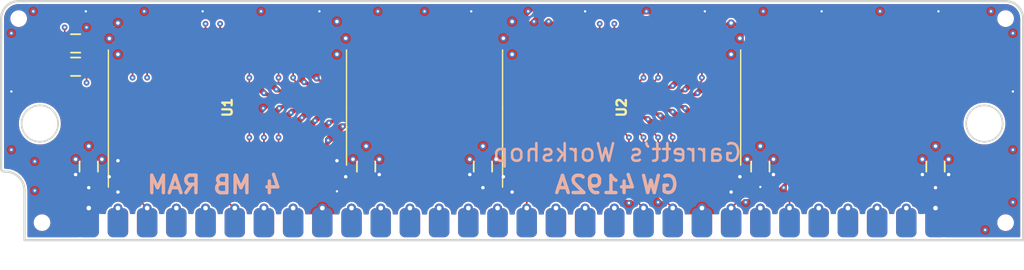
<source format=kicad_pcb>
(kicad_pcb (version 20171130) (host pcbnew "(5.1.10-1-10_14)")
  (layers (0 F.Cu signal) (1 In1.Cu power) (2 In2.Cu signal) (31 B.Cu power) (34 B.Paste user) (35 F.Paste user) (36 B.SilkS user) (37 F.SilkS user) (38 B.Mask user) (39 F.Mask user) (44 Edge.Cuts user))
  (net 0 "")
  (net 1 +5V)
  (net 2 /D0)
  (net 3 /D1)
  (net 4 /~WE~)
  (net 5 /~RAS~)
  (net 6 /~CAS~)
  (net 7 /D2)
  (net 8 /D3)
  (net 9 GND)
  (net 10 /D4)
  (net 11 /D5)
  (net 12 /D6)
  (net 13 /D7)
  (net 14 /QP)
  (net 15 /~CASP~)
  (net 16 /DP)
  (net 17 /1A0)
  (net 18 /1A1)
  (net 19 /1A2)
  (net 20 /1A3)
  (net 21 /1A4)
  (net 22 /1A5)
  (net 23 /1A6)
  (net 24 /1A7)
  (net 25 /1A8)
  (net 26 /1A10)
  (net 27 /1A9)
  (net 28 "Net-(U1-Pad27)")
  (net 29 "Net-(U1-Pad24)")
  (net 30 /1A11)
  (net 31 "Net-(U2-Pad27)")
  (net 32 "Net-(U2-Pad24)")
  (net 33 /~OE~)
  (net 34 "Net-(U1-Pad29)")
  (net 35 "Net-(U1-Pad28)")
  (net 36 "Net-(U1-Pad7)")
  (net 37 "Net-(U1-Pad6)")
  (net 38 "Net-(U1-Pad5)")
  (net 39 "Net-(U1-Pad4)")
  (net 40 "Net-(U2-Pad4)")
  (net 41 "Net-(U2-Pad5)")
  (net 42 "Net-(U2-Pad6)")
  (net 43 "Net-(U2-Pad7)")
  (net 44 "Net-(U2-Pad28)")
  (net 45 "Net-(U2-Pad29)")
  (module stdpads:SOP-32_400mil (layer F.Cu) (at 95.885 90.043 90)
    (fp_text reference U1)
    (fp_text value KM44C16104)
    (fp_text user %R (at 0 0 90) (layer F.SilkS) (effects (font (size 0.8128 0.8128) (thickness 0.2032))))
    (pad 1 smd roundrect (at -6.015 -9.525 90) (size 1.85 0.6) (layers F.Cu F.Paste F.Mask) (net 1 +5V))
    (pad 2 smd roundrect (at -6.015 -8.255 90) (size 1.85 0.6) (layers F.Cu F.Paste F.Mask) (net 2 /D0))
    (pad 3 smd roundrect (at -6.015 -6.985 90) (size 1.85 0.6) (layers F.Cu F.Paste F.Mask) (net 3 /D1))
    (pad 4 smd roundrect (at -6.015 -5.715 90) (size 1.85 0.6) (layers F.Cu F.Paste F.Mask) (net 39 "Net-(U1-Pad4)"))
    (pad 5 smd roundrect (at -6.015 -4.445 90) (size 1.85 0.6) (layers F.Cu F.Paste F.Mask) (net 38 "Net-(U1-Pad5)"))
    (pad 6 smd roundrect (at -6.015 -3.175 90) (size 1.85 0.6) (layers F.Cu F.Paste F.Mask) (net 37 "Net-(U1-Pad6)"))
    (pad 7 smd roundrect (at -6.015 -1.905 90) (size 1.85 0.6) (layers F.Cu F.Paste F.Mask) (net 36 "Net-(U1-Pad7)"))
    (pad 8 smd roundrect (at -6.015 -0.635 90) (size 1.85 0.6) (layers F.Cu F.Paste F.Mask) (net 4 /~WE~))
    (pad 9 smd roundrect (at -6.015 0.635 90) (size 1.85 0.6) (layers F.Cu F.Paste F.Mask) (net 5 /~RAS~))
    (pad 10 smd roundrect (at -6.015 1.905 90) (size 1.85 0.6) (layers F.Cu F.Paste F.Mask) (net 17 /1A0))
    (pad 11 smd roundrect (at -6.015 3.175 90) (size 1.85 0.6) (layers F.Cu F.Paste F.Mask) (net 18 /1A1))
    (pad 12 smd roundrect (at -6.015 4.445 90) (size 1.85 0.6) (layers F.Cu F.Paste F.Mask) (net 19 /1A2))
    (pad 13 smd roundrect (at -6.015 5.715 90) (size 1.85 0.6) (layers F.Cu F.Paste F.Mask) (net 20 /1A3))
    (pad 14 smd roundrect (at -6.015 6.985 90) (size 1.85 0.6) (layers F.Cu F.Paste F.Mask) (net 21 /1A4))
    (pad 15 smd roundrect (at -6.015 8.255 90) (size 1.85 0.6) (layers F.Cu F.Paste F.Mask) (net 22 /1A5))
    (pad 16 smd roundrect (at -6.015 9.525 90) (size 1.85 0.6) (layers F.Cu F.Paste F.Mask) (net 1 +5V))
    (pad 17 smd roundrect (at 6.015 9.525 90) (size 1.85 0.6) (layers F.Cu F.Paste F.Mask) (net 9 GND))
    (pad 18 smd roundrect (at 6.015 8.255 90) (size 1.85 0.6) (layers F.Cu F.Paste F.Mask) (net 23 /1A6))
    (pad 19 smd roundrect (at 6.015 6.985 90) (size 1.85 0.6) (layers F.Cu F.Paste F.Mask) (net 24 /1A7))
    (pad 20 smd roundrect (at 6.015 5.715 90) (size 1.85 0.6) (layers F.Cu F.Paste F.Mask) (net 25 /1A8))
    (pad 21 smd roundrect (at 6.015 4.445 90) (size 1.85 0.6) (layers F.Cu F.Paste F.Mask) (net 27 /1A9))
    (pad 22 smd roundrect (at 6.015 3.175 90) (size 1.85 0.6) (layers F.Cu F.Paste F.Mask) (net 26 /1A10))
    (pad 23 smd roundrect (at 6.015 1.905 90) (size 1.85 0.6) (layers F.Cu F.Paste F.Mask) (net 30 /1A11))
    (pad 24 smd roundrect (at 6.015 0.635 90) (size 1.85 0.6) (layers F.Cu F.Paste F.Mask) (net 29 "Net-(U1-Pad24)"))
    (pad 25 smd roundrect (at 6.015 -0.635 90) (size 1.85 0.6) (layers F.Cu F.Paste F.Mask) (net 33 /~OE~))
    (pad 26 smd roundrect (at 6.015 -1.905 90) (size 1.85 0.6) (layers F.Cu F.Paste F.Mask) (net 6 /~CAS~))
    (pad 27 smd roundrect (at 6.015 -3.175 90) (size 1.85 0.6) (layers F.Cu F.Paste F.Mask) (net 28 "Net-(U1-Pad27)"))
    (pad 28 smd roundrect (at 6.015 -4.445 90) (size 1.85 0.6) (layers F.Cu F.Paste F.Mask) (net 35 "Net-(U1-Pad28)"))
    (pad 29 smd roundrect (at 6.015 -5.715 90) (size 1.85 0.6) (layers F.Cu F.Paste F.Mask) (net 34 "Net-(U1-Pad29)"))
    (pad 30 smd roundrect (at 6.015 -6.985 90) (size 1.85 0.6) (layers F.Cu F.Paste F.Mask) (net 7 /D2))
    (pad 31 smd roundrect (at 6.015 -8.255 90) (size 1.85 0.6) (layers F.Cu F.Paste F.Mask) (net 8 /D3))
    (pad 32 smd roundrect (at 6.015 -9.525 90) (size 1.85 0.6) (layers F.Cu F.Paste F.Mask) (net 9 GND))
  )
  (module stdpads:SOP-32_400mil (layer F.Cu) (at 130.175 90.043 90)
    (fp_text reference U2)
    (fp_text value KM44C16104)
    (fp_text user %R (at 0 0 90) (layer F.SilkS) (effects (font (size 0.8128 0.8128) (thickness 0.2032))))
    (pad 1 smd roundrect (at -6.015 -9.525 90) (size 1.85 0.6) (layers F.Cu F.Paste F.Mask) (net 1 +5V))
    (pad 2 smd roundrect (at -6.015 -8.255 90) (size 1.85 0.6) (layers F.Cu F.Paste F.Mask) (net 10 /D4))
    (pad 3 smd roundrect (at -6.015 -6.985 90) (size 1.85 0.6) (layers F.Cu F.Paste F.Mask) (net 11 /D5))
    (pad 4 smd roundrect (at -6.015 -5.715 90) (size 1.85 0.6) (layers F.Cu F.Paste F.Mask) (net 40 "Net-(U2-Pad4)"))
    (pad 5 smd roundrect (at -6.015 -4.445 90) (size 1.85 0.6) (layers F.Cu F.Paste F.Mask) (net 41 "Net-(U2-Pad5)"))
    (pad 6 smd roundrect (at -6.015 -3.175 90) (size 1.85 0.6) (layers F.Cu F.Paste F.Mask) (net 42 "Net-(U2-Pad6)"))
    (pad 7 smd roundrect (at -6.015 -1.905 90) (size 1.85 0.6) (layers F.Cu F.Paste F.Mask) (net 43 "Net-(U2-Pad7)"))
    (pad 8 smd roundrect (at -6.015 -0.635 90) (size 1.85 0.6) (layers F.Cu F.Paste F.Mask) (net 4 /~WE~))
    (pad 9 smd roundrect (at -6.015 0.635 90) (size 1.85 0.6) (layers F.Cu F.Paste F.Mask) (net 5 /~RAS~))
    (pad 10 smd roundrect (at -6.015 1.905 90) (size 1.85 0.6) (layers F.Cu F.Paste F.Mask) (net 22 /1A5))
    (pad 11 smd roundrect (at -6.015 3.175 90) (size 1.85 0.6) (layers F.Cu F.Paste F.Mask) (net 21 /1A4))
    (pad 12 smd roundrect (at -6.015 4.445 90) (size 1.85 0.6) (layers F.Cu F.Paste F.Mask) (net 20 /1A3))
    (pad 13 smd roundrect (at -6.015 5.715 90) (size 1.85 0.6) (layers F.Cu F.Paste F.Mask) (net 19 /1A2))
    (pad 14 smd roundrect (at -6.015 6.985 90) (size 1.85 0.6) (layers F.Cu F.Paste F.Mask) (net 18 /1A1))
    (pad 15 smd roundrect (at -6.015 8.255 90) (size 1.85 0.6) (layers F.Cu F.Paste F.Mask) (net 17 /1A0))
    (pad 16 smd roundrect (at -6.015 9.525 90) (size 1.85 0.6) (layers F.Cu F.Paste F.Mask) (net 1 +5V))
    (pad 17 smd roundrect (at 6.015 9.525 90) (size 1.85 0.6) (layers F.Cu F.Paste F.Mask) (net 9 GND))
    (pad 18 smd roundrect (at 6.015 8.255 90) (size 1.85 0.6) (layers F.Cu F.Paste F.Mask) (net 30 /1A11))
    (pad 19 smd roundrect (at 6.015 6.985 90) (size 1.85 0.6) (layers F.Cu F.Paste F.Mask) (net 26 /1A10))
    (pad 20 smd roundrect (at 6.015 5.715 90) (size 1.85 0.6) (layers F.Cu F.Paste F.Mask) (net 27 /1A9))
    (pad 21 smd roundrect (at 6.015 4.445 90) (size 1.85 0.6) (layers F.Cu F.Paste F.Mask) (net 25 /1A8))
    (pad 22 smd roundrect (at 6.015 3.175 90) (size 1.85 0.6) (layers F.Cu F.Paste F.Mask) (net 24 /1A7))
    (pad 23 smd roundrect (at 6.015 1.905 90) (size 1.85 0.6) (layers F.Cu F.Paste F.Mask) (net 23 /1A6))
    (pad 24 smd roundrect (at 6.015 0.635 90) (size 1.85 0.6) (layers F.Cu F.Paste F.Mask) (net 32 "Net-(U2-Pad24)"))
    (pad 25 smd roundrect (at 6.015 -0.635 90) (size 1.85 0.6) (layers F.Cu F.Paste F.Mask) (net 33 /~OE~))
    (pad 26 smd roundrect (at 6.015 -1.905 90) (size 1.85 0.6) (layers F.Cu F.Paste F.Mask) (net 6 /~CAS~))
    (pad 27 smd roundrect (at 6.015 -3.175 90) (size 1.85 0.6) (layers F.Cu F.Paste F.Mask) (net 31 "Net-(U2-Pad27)"))
    (pad 28 smd roundrect (at 6.015 -4.445 90) (size 1.85 0.6) (layers F.Cu F.Paste F.Mask) (net 44 "Net-(U2-Pad28)"))
    (pad 29 smd roundrect (at 6.015 -5.715 90) (size 1.85 0.6) (layers F.Cu F.Paste F.Mask) (net 45 "Net-(U2-Pad29)"))
    (pad 30 smd roundrect (at 6.015 -6.985 90) (size 1.85 0.6) (layers F.Cu F.Paste F.Mask) (net 12 /D6))
    (pad 31 smd roundrect (at 6.015 -8.255 90) (size 1.85 0.6) (layers F.Cu F.Paste F.Mask) (net 13 /D7))
    (pad 32 smd roundrect (at 6.015 -9.525 90) (size 1.85 0.6) (layers F.Cu F.Paste F.Mask) (net 9 GND))
  )
  (module stdpads:PasteHole_1.152mm_NPTH (layer F.Cu) (at 163.576 100.076)
    (fp_text reference H3)
    (fp_text value MountingHole hide)
    (pad "" np_thru_hole circle (at 0 0) (size 1.152 1.152) (drill 1.152) (layers *.Cu *.Mask))
  )
  (module stdpads:PasteHole_1.152mm_NPTH (layer F.Cu) (at 79.756 100.076)
    (fp_text reference H4)
    (fp_text value MountingHole hide)
    (pad "" np_thru_hole circle (at 0 0) (size 1.152 1.152) (drill 1.152) (layers *.Cu *.Mask))
  )
  (module stdpads:PasteHole_1.152mm_NPTH (layer F.Cu) (at 163.576 82.296)
    (fp_text reference H2)
    (fp_text value MountingHole hide)
    (pad "" np_thru_hole circle (at 0 0) (size 1.152 1.152) (drill 1.152) (layers *.Cu *.Mask))
  )
  (module stdpads:SIMM-30_Edge (layer F.Cu) (at 120.65 99.822)
    (fp_text reference J1)
    (fp_text value DRAM-SIMM-30)
    (pad 1 smd roundrect (at -36.83 0.254) (size 1.778 2.54) (layers B.Cu B.Mask) (net 1 +5V))
    (pad 1 smd roundrect (at -36.83 0.254) (size 1.778 2.54) (layers F.Cu F.Mask) (net 1 +5V))
    (pad 2 smd roundrect (at -34.29 0.254) (size 1.778 2.54) (layers B.Cu B.Mask) (net 6 /~CAS~))
    (pad 3 smd roundrect (at -31.75 0.254) (size 1.778 2.54) (layers B.Cu B.Mask) (net 2 /D0))
    (pad 4 smd roundrect (at -29.21 0.254) (size 1.778 2.54) (layers B.Cu B.Mask) (net 17 /1A0))
    (pad 5 smd roundrect (at -26.67 0.254) (size 1.778 2.54) (layers B.Cu B.Mask) (net 18 /1A1))
    (pad 6 smd roundrect (at -24.13 0.254) (size 1.778 2.54) (layers B.Cu B.Mask) (net 3 /D1))
    (pad 7 smd roundrect (at -21.59 0.254) (size 1.778 2.54) (layers B.Cu B.Mask) (net 19 /1A2))
    (pad 8 smd roundrect (at -19.05 0.254) (size 1.778 2.54) (layers B.Cu B.Mask) (net 30 /1A11))
    (pad 9 smd roundrect (at -16.51 0.254) (size 1.778 2.54) (layers B.Cu B.Mask) (net 9 GND))
    (pad 10 smd roundrect (at -13.97 0.254) (size 1.778 2.54) (layers B.Cu B.Mask) (net 7 /D2))
    (pad 11 smd roundrect (at -11.43 0.254) (size 1.778 2.54) (layers B.Cu B.Mask) (net 27 /1A9))
    (pad 12 smd roundrect (at -8.89 0.254) (size 1.778 2.54) (layers B.Cu B.Mask) (net 25 /1A8))
    (pad 13 smd roundrect (at -6.35 0.254) (size 1.778 2.54) (layers B.Cu B.Mask) (net 8 /D3))
    (pad 14 smd roundrect (at -3.81 0.254) (size 1.778 2.54) (layers B.Cu B.Mask) (net 23 /1A6))
    (pad 15 smd roundrect (at -1.27 0.254) (size 1.778 2.54) (layers B.Cu B.Mask) (net 24 /1A7))
    (pad 16 smd roundrect (at 1.27 0.254) (size 1.778 2.54) (layers B.Cu B.Mask) (net 10 /D4))
    (pad 17 smd roundrect (at 3.81 0.254) (size 1.778 2.54) (layers B.Cu B.Mask) (net 26 /1A10))
    (pad 18 smd roundrect (at 6.35 0.254) (size 1.778 2.54) (layers B.Cu B.Mask) (net 22 /1A5))
    (pad 19 smd roundrect (at 8.89 0.254) (size 1.778 2.54) (layers B.Cu B.Mask) (net 21 /1A4))
    (pad 20 smd roundrect (at 11.43 0.254) (size 1.778 2.54) (layers B.Cu B.Mask) (net 11 /D5))
    (pad 21 smd roundrect (at 13.97 0.254) (size 1.778 2.54) (layers B.Cu B.Mask) (net 4 /~WE~))
    (pad 22 smd roundrect (at 16.51 0.254) (size 1.778 2.54) (layers B.Cu B.Mask) (net 9 GND))
    (pad 23 smd roundrect (at 19.05 0.254) (size 1.778 2.54) (layers B.Cu B.Mask) (net 12 /D6))
    (pad 24 smd roundrect (at 21.59 0.254) (size 1.778 2.54) (layers B.Cu B.Mask) (net 20 /1A3))
    (pad 25 smd roundrect (at 24.13 0.254) (size 1.778 2.54) (layers B.Cu B.Mask) (net 13 /D7))
    (pad 26 smd roundrect (at 26.67 0.254) (size 1.778 2.54) (layers B.Cu B.Mask) (net 14 /QP))
    (pad 27 smd roundrect (at 29.21 0.254) (size 1.778 2.54) (layers B.Cu B.Mask) (net 5 /~RAS~))
    (pad 28 smd roundrect (at 31.75 0.254) (size 1.778 2.54) (layers B.Cu B.Mask) (net 15 /~CASP~))
    (pad 29 smd roundrect (at 34.29 0.254) (size 1.778 2.54) (layers B.Cu B.Mask) (net 16 /DP))
    (pad 30 smd roundrect (at 36.83 0.254) (size 1.778 2.54) (layers B.Cu B.Mask) (net 1 +5V))
    (pad 2 smd roundrect (at -34.29 0.254) (size 1.778 2.54) (layers F.Cu F.Mask) (net 6 /~CAS~))
    (pad 3 thru_hole circle (at -31.75 -1.016) (size 0.8 0.8) (drill 0.4) (layers *.Cu *.Mask) (net 2 /D0))
    (pad 11 smd roundrect (at -11.43 0.254) (size 1.778 2.54) (layers F.Cu F.Mask) (net 27 /1A9))
    (pad 5 smd roundrect (at -26.67 0.254) (size 1.778 2.54) (layers F.Cu F.Mask) (net 18 /1A1))
    (pad 12 smd roundrect (at -8.89 0.254) (size 1.778 2.54) (layers F.Cu F.Mask) (net 25 /1A8))
    (pad 26 smd roundrect (at 26.67 0.254) (size 1.778 2.54) (layers F.Cu F.Mask) (net 14 /QP))
    (pad 13 smd roundrect (at -6.35 0.254) (size 1.778 2.54) (layers F.Cu F.Mask) (net 8 /D3))
    (pad 14 smd roundrect (at -3.81 0.254) (size 1.778 2.54) (layers F.Cu F.Mask) (net 23 /1A6))
    (pad 4 smd roundrect (at -29.21 0.254) (size 1.778 2.54) (layers F.Cu F.Mask) (net 17 /1A0))
    (pad 29 smd roundrect (at 34.29 0.254) (size 1.778 2.54) (layers F.Cu F.Mask) (net 16 /DP))
    (pad 3 smd roundrect (at -31.75 0.254) (size 1.778 2.54) (layers F.Cu F.Mask) (net 2 /D0))
    (pad 24 smd roundrect (at 21.59 0.254) (size 1.778 2.54) (layers F.Cu F.Mask) (net 20 /1A3))
    (pad 16 smd roundrect (at 1.27 0.254) (size 1.778 2.54) (layers F.Cu F.Mask) (net 10 /D4))
    (pad 20 smd roundrect (at 11.43 0.254) (size 1.778 2.54) (layers F.Cu F.Mask) (net 11 /D5))
    (pad 23 smd roundrect (at 19.05 0.254) (size 1.778 2.54) (layers F.Cu F.Mask) (net 12 /D6))
    (pad 9 smd roundrect (at -16.51 0.254) (size 1.778 2.54) (layers F.Cu F.Mask) (net 9 GND))
    (pad 18 smd roundrect (at 6.35 0.254) (size 1.778 2.54) (layers F.Cu F.Mask) (net 22 /1A5))
    (pad 21 smd roundrect (at 13.97 0.254) (size 1.778 2.54) (layers F.Cu F.Mask) (net 4 /~WE~))
    (pad 19 smd roundrect (at 8.89 0.254) (size 1.778 2.54) (layers F.Cu F.Mask) (net 21 /1A4))
    (pad 10 smd roundrect (at -13.97 0.254) (size 1.778 2.54) (layers F.Cu F.Mask) (net 7 /D2))
    (pad 22 smd roundrect (at 16.51 0.254) (size 1.778 2.54) (layers F.Cu F.Mask) (net 9 GND))
    (pad 6 smd roundrect (at -24.13 0.254) (size 1.778 2.54) (layers F.Cu F.Mask) (net 3 /D1))
    (pad 17 smd roundrect (at 3.81 0.254) (size 1.778 2.54) (layers F.Cu F.Mask) (net 26 /1A10))
    (pad 7 smd roundrect (at -21.59 0.254) (size 1.778 2.54) (layers F.Cu F.Mask) (net 19 /1A2))
    (pad 8 smd roundrect (at -19.05 0.254) (size 1.778 2.54) (layers F.Cu F.Mask) (net 30 /1A11))
    (pad 27 smd roundrect (at 29.21 0.254) (size 1.778 2.54) (layers F.Cu F.Mask) (net 5 /~RAS~))
    (pad 28 smd roundrect (at 31.75 0.254) (size 1.778 2.54) (layers F.Cu F.Mask) (net 15 /~CASP~))
    (pad 30 smd roundrect (at 36.83 0.254) (size 1.778 2.54) (layers F.Cu F.Mask) (net 1 +5V))
    (pad 15 smd roundrect (at -1.27 0.254) (size 1.778 2.54) (layers F.Cu F.Mask) (net 24 /1A7))
    (pad 25 smd roundrect (at 24.13 0.254) (size 1.778 2.54) (layers F.Cu F.Mask) (net 13 /D7))
    (pad 2 thru_hole circle (at -34.29 -1.016) (size 0.8 0.8) (drill 0.4) (layers *.Cu *.Mask) (net 6 /~CAS~))
    (pad 1 thru_hole circle (at -36.83 -1.016) (size 0.8 0.8) (drill 0.4) (layers *.Cu *.Mask) (net 1 +5V))
    (pad 5 thru_hole circle (at -26.67 -1.016) (size 0.8 0.8) (drill 0.4) (layers *.Cu *.Mask) (net 18 /1A1))
    (pad 4 thru_hole circle (at -29.21 -1.016) (size 0.8 0.8) (drill 0.4) (layers *.Cu *.Mask) (net 17 /1A0))
    (pad 6 thru_hole circle (at -24.13 -1.016) (size 0.8 0.8) (drill 0.4) (layers *.Cu *.Mask) (net 3 /D1))
    (pad 7 thru_hole circle (at -21.59 -1.016) (size 0.8 0.8) (drill 0.4) (layers *.Cu *.Mask) (net 19 /1A2))
    (pad 9 thru_hole circle (at -16.51 -1.016) (size 0.8 0.8) (drill 0.4) (layers *.Cu *.Mask) (net 9 GND))
    (pad 8 thru_hole circle (at -19.05 -1.016) (size 0.8 0.8) (drill 0.4) (layers *.Cu *.Mask) (net 30 /1A11))
    (pad 11 thru_hole circle (at -11.43 -1.016) (size 0.8 0.8) (drill 0.4) (layers *.Cu *.Mask) (net 27 /1A9))
    (pad 10 thru_hole circle (at -13.97 -1.016) (size 0.8 0.8) (drill 0.4) (layers *.Cu *.Mask) (net 7 /D2))
    (pad 12 thru_hole circle (at -8.89 -1.016) (size 0.8 0.8) (drill 0.4) (layers *.Cu *.Mask) (net 25 /1A8))
    (pad 14 thru_hole circle (at -3.81 -1.016) (size 0.8 0.8) (drill 0.4) (layers *.Cu *.Mask) (net 23 /1A6))
    (pad 13 thru_hole circle (at -6.35 -1.016) (size 0.8 0.8) (drill 0.4) (layers *.Cu *.Mask) (net 8 /D3))
    (pad 15 thru_hole circle (at -1.27 -1.016) (size 0.8 0.8) (drill 0.4) (layers *.Cu *.Mask) (net 24 /1A7))
    (pad 17 thru_hole circle (at 3.81 -1.016) (size 0.8 0.8) (drill 0.4) (layers *.Cu *.Mask) (net 26 /1A10))
    (pad 16 thru_hole circle (at 1.27 -1.016) (size 0.8 0.8) (drill 0.4) (layers *.Cu *.Mask) (net 10 /D4))
    (pad 18 thru_hole circle (at 6.35 -1.016) (size 0.8 0.8) (drill 0.4) (layers *.Cu *.Mask) (net 22 /1A5))
    (pad 27 thru_hole circle (at 29.21 -1.016) (size 0.8 0.8) (drill 0.4) (layers *.Cu *.Mask) (net 5 /~RAS~))
    (pad 26 thru_hole circle (at 26.67 -1.016) (size 0.8 0.8) (drill 0.4) (layers *.Cu *.Mask) (net 14 /QP))
    (pad 28 thru_hole circle (at 31.75 -1.016) (size 0.8 0.8) (drill 0.4) (layers *.Cu *.Mask) (net 15 /~CASP~))
    (pad 21 thru_hole circle (at 13.97 -1.016) (size 0.8 0.8) (drill 0.4) (layers *.Cu *.Mask) (net 4 /~WE~))
    (pad 20 thru_hole circle (at 11.43 -1.016) (size 0.8 0.8) (drill 0.4) (layers *.Cu *.Mask) (net 11 /D5))
    (pad 22 thru_hole circle (at 16.51 -1.016) (size 0.8 0.8) (drill 0.4) (layers *.Cu *.Mask) (net 9 GND))
    (pad 24 thru_hole circle (at 21.59 -1.016) (size 0.8 0.8) (drill 0.4) (layers *.Cu *.Mask) (net 20 /1A3))
    (pad 23 thru_hole circle (at 19.05 -1.016) (size 0.8 0.8) (drill 0.4) (layers *.Cu *.Mask) (net 12 /D6))
    (pad 25 thru_hole circle (at 24.13 -1.016) (size 0.8 0.8) (drill 0.4) (layers *.Cu *.Mask) (net 13 /D7))
    (pad 19 thru_hole circle (at 8.89 -1.016) (size 0.8 0.8) (drill 0.4) (layers *.Cu *.Mask) (net 21 /1A4))
    (pad 29 thru_hole circle (at 34.29 -1.016) (size 0.8 0.8) (drill 0.4) (layers *.Cu *.Mask) (net 16 /DP))
    (pad 30 thru_hole circle (at 36.83 -1.016) (size 0.8 0.8) (drill 0.4) (layers *.Cu *.Mask) (net 1 +5V))
  )
  (module stdpads:C_0805 (layer F.Cu) (at 118.11 95.2255 90)
    (fp_text reference C3)
    (fp_text value 100n)
    (pad 2 smd roundrect (at 0.85 0 90) (size 1.05 1.4) (layers F.Cu F.Paste F.Mask) (net 9 GND))
    (pad 1 smd roundrect (at -0.85 0 90) (size 1.05 1.4) (layers F.Cu F.Paste F.Mask) (net 1 +5V))
  )
  (module stdpads:C_0805 (layer F.Cu) (at 107.95 95.2255 90)
    (fp_text reference C2)
    (fp_text value 100n)
    (pad 1 smd roundrect (at -0.85 0 90) (size 1.05 1.4) (layers F.Cu F.Paste F.Mask) (net 1 +5V))
    (pad 2 smd roundrect (at 0.85 0 90) (size 1.05 1.4) (layers F.Cu F.Paste F.Mask) (net 9 GND))
  )
  (module stdpads:C_0805 (layer F.Cu) (at 142.24 95.2255 90)
    (fp_text reference C4)
    (fp_text value 100n)
    (pad 1 smd roundrect (at -0.85 0 90) (size 1.05 1.4) (layers F.Cu F.Paste F.Mask) (net 1 +5V))
    (pad 2 smd roundrect (at 0.85 0 90) (size 1.05 1.4) (layers F.Cu F.Paste F.Mask) (net 9 GND))
  )
  (module stdpads:C_0805 (layer F.Cu) (at 83.82 95.2255 90)
    (fp_text reference C1)
    (fp_text value 100n)
    (pad 2 smd roundrect (at 0.85 0 90) (size 1.05 1.4) (layers F.Cu F.Paste F.Mask) (net 9 GND))
    (pad 1 smd roundrect (at -0.85 0 90) (size 1.05 1.4) (layers F.Cu F.Paste F.Mask) (net 1 +5V))
  )
  (module stdpads:C_0805 (layer F.Cu) (at 157.48 95.2255 90)
    (fp_text reference C5)
    (fp_text value 100n)
    (pad 1 smd roundrect (at -0.85 0 90) (size 1.05 1.4) (layers F.Cu F.Paste F.Mask) (net 1 +5V))
    (pad 2 smd roundrect (at 0.85 0 90) (size 1.05 1.4) (layers F.Cu F.Paste F.Mask) (net 9 GND))
  )
  (module stdpads:R_0805 (layer F.Cu) (at 82.677 86.487 180)
    (fp_text reference R1)
    (fp_text value EDO)
    (pad 2 smd roundrect (at 0.95 0 180) (size 0.85 1.4) (layers F.Cu F.Paste F.Mask) (net 33 /~OE~))
    (pad 1 smd roundrect (at -0.95 0 180) (size 0.85 1.4) (layers F.Cu F.Paste F.Mask) (net 6 /~CAS~))
  )
  (module stdpads:R_0805 (layer F.Cu) (at 82.677 84.455)
    (fp_text reference R2)
    (fp_text value FPM)
    (pad 1 smd roundrect (at -0.95 0) (size 0.85 1.4) (layers F.Cu F.Paste F.Mask) (net 33 /~OE~))
    (pad 2 smd roundrect (at 0.95 0) (size 0.85 1.4) (layers F.Cu F.Paste F.Mask) (net 9 GND))
  )
  (module stdpads:PasteHole_1.152mm_NPTH (layer F.Cu) (at 77.724 82.296)
    (fp_text reference H1)
    (fp_text value MountingHole hide)
    (pad "" np_thru_hole circle (at 0 0) (size 1.152 1.152) (drill 1.152) (layers *.Cu *.Mask))
  )
  (gr_text "4 MB RAM" (at 94.742 96.774) (layer B.SilkS) (effects (font (size 1.524 1.524) (thickness 0.3)) (justify mirror)))
  (gr_text "Garrett’s Workshop" (at 129.794 93.98) (layer B.SilkS) (effects (font (size 1.524 1.524) (thickness 0.225)) (justify mirror)))
  (gr_text 4192A (at 127.889 96.774) (layer B.SilkS) (effects (font (size 1.5 1.5) (thickness 0.3)) (justify mirror)))
  (gr_text GW (at 133.477 96.774) (layer B.SilkS) (effects (font (size 1.5 1.5) (thickness 0.3)) (justify mirror)))
  (gr_arc (start 76.454 95.377) (end 76.2 95.377) (angle -90) (layer Edge.Cuts) (width 0.2))
  (gr_arc (start 77.724 82.296) (end 77.724 80.772) (angle -90) (layer Edge.Cuts) (width 0.2))
  (gr_arc (start 163.576 82.296) (end 165.1 82.296) (angle -90) (layer Edge.Cuts) (width 0.2))
  (gr_line (start 76.581 95.631) (end 76.454 95.631) (layer Edge.Cuts) (width 0.2))
  (gr_line (start 78.232 101.6) (end 78.232 97.282) (layer Edge.Cuts) (width 0.2))
  (gr_circle (center 79.5655 91.44) (end 77.978 91.44) (layer Edge.Cuts) (width 0.15))
  (gr_circle (center 161.7345 91.44) (end 163.322 91.44) (layer Edge.Cuts) (width 0.15))
  (gr_line (start 76.2 95.377) (end 76.2 82.296) (layer Edge.Cuts) (width 0.2))
  (gr_arc (start 76.581 97.282) (end 78.232 97.282) (angle -90) (layer Edge.Cuts) (width 0.2))
  (gr_line (start 165.1 82.296) (end 165.1 101.6) (layer Edge.Cuts) (width 0.2))
  (gr_line (start 77.724 80.772) (end 163.576 80.772) (layer Edge.Cuts) (width 0.2))
  (gr_line (start 165.1 101.6) (end 78.232 101.6) (layer Edge.Cuts) (width 0.2))
  (via (at 83.82 97.028) (size 0.6) (drill 0.3) (layers F.Cu B.Cu) (net 1))
  (segment (start 83.82 96.0755) (end 83.82 97.028) (width 0.6) (layer F.Cu) (net 1))
  (segment (start 143.1925 96.0755) (end 143.383 95.885) (width 0.6) (layer F.Cu) (net 1))
  (via (at 143.383 95.885) (size 0.6) (drill 0.3) (layers F.Cu B.Cu) (net 1))
  (segment (start 142.24 96.0755) (end 143.1925 96.0755) (width 0.6) (layer F.Cu) (net 1))
  (via (at 82.677 95.885) (size 0.6) (drill 0.3) (layers F.Cu B.Cu) (net 1))
  (segment (start 82.8675 96.0755) (end 82.677 95.885) (width 0.6) (layer F.Cu) (net 1))
  (segment (start 83.82 96.0755) (end 82.8675 96.0755) (width 0.6) (layer F.Cu) (net 1))
  (via (at 156.337 95.885) (size 0.6) (drill 0.3) (layers F.Cu B.Cu) (net 1))
  (segment (start 156.5275 96.0755) (end 156.337 95.885) (width 0.6) (layer F.Cu) (net 1))
  (segment (start 157.48 96.0755) (end 156.5275 96.0755) (width 0.6) (layer F.Cu) (net 1))
  (via (at 158.623 95.885) (size 0.6) (drill 0.3) (layers F.Cu B.Cu) (net 1))
  (segment (start 158.4325 96.0755) (end 158.623 95.885) (width 0.6) (layer F.Cu) (net 1))
  (segment (start 157.48 96.0755) (end 158.4325 96.0755) (width 0.6) (layer F.Cu) (net 1))
  (via (at 157.48 97.028) (size 0.6) (drill 0.3) (layers F.Cu B.Cu) (net 1))
  (segment (start 157.48 96.0755) (end 157.48 97.028) (width 0.6) (layer F.Cu) (net 1))
  (via (at 109.093 95.885) (size 0.6) (drill 0.3) (layers F.Cu B.Cu) (net 1))
  (segment (start 107.95 96.0755) (end 108.9025 96.0755) (width 0.6) (layer F.Cu) (net 1))
  (segment (start 108.9025 96.0755) (end 109.093 95.885) (width 0.6) (layer F.Cu) (net 1))
  (segment (start 118.11 96.0755) (end 118.11 97.028) (width 0.6) (layer F.Cu) (net 1))
  (via (at 118.11 97.028) (size 0.6) (drill 0.3) (layers F.Cu B.Cu) (net 1))
  (via (at 116.967 95.885) (size 0.6) (drill 0.3) (layers F.Cu B.Cu) (net 1))
  (segment (start 118.11 96.0755) (end 117.1575 96.0755) (width 0.6) (layer F.Cu) (net 1))
  (segment (start 117.1575 96.0755) (end 116.967 95.885) (width 0.6) (layer F.Cu) (net 1))
  (via (at 105.41 94.6785) (size 0.6) (drill 0.3) (layers F.Cu B.Cu) (net 1))
  (segment (start 105.41 96.058) (end 105.41 94.6785) (width 0.6) (layer F.Cu) (net 1))
  (via (at 106.172 96.0755) (size 0.6) (drill 0.3) (layers F.Cu B.Cu) (net 1))
  (segment (start 106.1545 96.058) (end 106.172 96.0755) (width 0.6) (layer F.Cu) (net 1))
  (segment (start 105.41 96.058) (end 106.1545 96.058) (width 0.6) (layer F.Cu) (net 1))
  (via (at 86.36 94.6785) (size 0.6) (drill 0.3) (layers F.Cu B.Cu) (net 1))
  (segment (start 86.36 96.058) (end 86.36 94.6785) (width 0.6) (layer F.Cu) (net 1))
  (via (at 86.36 97.409) (size 0.6) (drill 0.3) (layers F.Cu B.Cu) (net 1))
  (segment (start 86.36 96.058) (end 86.36 97.409) (width 0.6) (layer F.Cu) (net 1))
  (via (at 85.598 96.0755) (size 0.6) (drill 0.3) (layers F.Cu B.Cu) (net 1))
  (segment (start 85.6155 96.058) (end 85.598 96.0755) (width 0.6) (layer F.Cu) (net 1))
  (segment (start 86.36 96.058) (end 85.6155 96.058) (width 0.6) (layer F.Cu) (net 1))
  (via (at 120.65 97.409) (size 0.6) (drill 0.3) (layers F.Cu B.Cu) (net 1))
  (segment (start 120.65 96.058) (end 120.65 97.409) (width 0.6) (layer F.Cu) (net 1))
  (via (at 139.7 97.409) (size 0.6) (drill 0.3) (layers F.Cu B.Cu) (net 1))
  (segment (start 139.7 96.058) (end 139.7 97.409) (width 0.6) (layer F.Cu) (net 1))
  (via (at 140.462 96.0755) (size 0.6) (drill 0.3) (layers F.Cu B.Cu) (net 1))
  (segment (start 140.4445 96.058) (end 140.462 96.0755) (width 0.6) (layer F.Cu) (net 1))
  (segment (start 139.7 96.058) (end 140.4445 96.058) (width 0.6) (layer F.Cu) (net 1))
  (via (at 105.41 97.3455) (size 0.508) (drill 0.2) (layers F.Cu B.Cu) (net 1))
  (segment (start 105.41 96.058) (end 105.41 97.3455) (width 0.508) (layer F.Cu) (net 1))
  (segment (start 83.82 96.0755) (end 85.598 96.0755) (width 0.6) (layer F.Cu) (net 1))
  (segment (start 107.95 96.0755) (end 106.172 96.0755) (width 0.6) (layer F.Cu) (net 1))
  (via (at 119.888 96.0755) (size 0.6) (drill 0.3) (layers F.Cu B.Cu) (net 1))
  (segment (start 119.9055 96.058) (end 119.888 96.0755) (width 0.6) (layer F.Cu) (net 1))
  (segment (start 120.65 96.058) (end 119.9055 96.058) (width 0.6) (layer F.Cu) (net 1))
  (segment (start 119.888 96.0755) (end 118.11 96.0755) (width 0.6) (layer F.Cu) (net 1))
  (segment (start 140.462 96.0755) (end 142.24 96.0755) (width 0.6) (layer F.Cu) (net 1))
  (segment (start 83.82 97.028) (end 83.82 98.806) (width 0.6) (layer F.Cu) (net 1))
  (via (at 77.089 88.646) (size 0.508) (drill 0.2) (layers F.Cu B.Cu) (net 1))
  (via (at 164.211 88.646) (size 0.508) (drill 0.2) (layers F.Cu B.Cu) (net 1))
  (via (at 157.734 81.661) (size 0.508) (drill 0.2) (layers F.Cu B.Cu) (net 1))
  (via (at 147.574 81.661) (size 0.508) (drill 0.2) (layers F.Cu B.Cu) (net 1))
  (via (at 137.414 81.661) (size 0.508) (drill 0.2) (layers F.Cu B.Cu) (net 1))
  (via (at 127 81.661) (size 0.508) (drill 0.2) (layers F.Cu B.Cu) (net 1))
  (via (at 117.094 81.661) (size 0.508) (drill 0.2) (layers F.Cu B.Cu) (net 1))
  (via (at 83.566 81.661) (size 0.508) (drill 0.2) (layers F.Cu B.Cu) (net 1))
  (via (at 93.726 81.661) (size 0.508) (drill 0.2) (layers F.Cu B.Cu) (net 1))
  (via (at 103.886 81.661) (size 0.508) (drill 0.2) (layers F.Cu B.Cu) (net 1))
  (via (at 142.24 96.9645) (size 0.508) (drill 0.2) (layers F.Cu B.Cu) (net 1))
  (segment (start 142.24 96.0755) (end 142.24 96.9645) (width 0.508) (layer F.Cu) (net 1))
  (segment (start 88.9 100.076) (end 88.9 98.806) (width 0.1524) (layer F.Cu) (net 2))
  (segment (start 87.63 97.536) (end 88.9 98.806) (width 0.1524) (layer F.Cu) (net 2))
  (segment (start 87.63 96.058) (end 87.63 97.536) (width 0.1524) (layer F.Cu) (net 2))
  (segment (start 96.52 100.076) (end 96.52 98.552) (width 0.1524) (layer F.Cu) (net 3))
  (segment (start 96.4565 98.806) (end 96.52 98.806) (width 0.1524) (layer F.Cu) (net 3))
  (segment (start 95.3135 97.663) (end 96.4565 98.806) (width 0.1524) (layer F.Cu) (net 3))
  (segment (start 89.408 97.663) (end 95.3135 97.663) (width 0.1524) (layer F.Cu) (net 3))
  (segment (start 88.9 97.155) (end 89.408 97.663) (width 0.1524) (layer F.Cu) (net 3))
  (segment (start 88.9 96.058) (end 88.9 97.155) (width 0.1524) (layer F.Cu) (net 3))
  (segment (start 129.54 94.996) (end 129.54 97.155) (width 0.1524) (layer F.Cu) (net 4))
  (segment (start 113.88725 92.456) (end 127 92.456) (width 0.1524) (layer F.Cu) (net 4))
  (segment (start 133.35 97.536) (end 134.62 98.806) (width 0.1524) (layer F.Cu) (net 4))
  (segment (start 108.48975 97.8535) (end 113.88725 92.456) (width 0.1524) (layer F.Cu) (net 4))
  (segment (start 129.921 97.536) (end 133.35 97.536) (width 0.1524) (layer F.Cu) (net 4))
  (segment (start 95.9485 97.8535) (end 108.48975 97.8535) (width 0.1524) (layer F.Cu) (net 4))
  (segment (start 129.54 97.155) (end 129.921 97.536) (width 0.1524) (layer F.Cu) (net 4))
  (segment (start 127 92.456) (end 129.54 94.996) (width 0.1524) (layer F.Cu) (net 4))
  (segment (start 95.25 97.155) (end 95.9485 97.8535) (width 0.1524) (layer F.Cu) (net 4))
  (segment (start 95.25 96.693) (end 95.25 97.155) (width 0.1524) (layer F.Cu) (net 4))
  (via (at 130.81 92.6465) (size 0.508) (drill 0.2) (layers F.Cu B.Cu) (net 5))
  (segment (start 130.81 92.6465) (end 130.81 96.058) (width 0.1524) (layer F.Cu) (net 5))
  (segment (start 96.52 97.155) (end 96.52 96.693) (width 0.1524) (layer F.Cu) (net 5))
  (segment (start 96.901 97.536) (end 96.52 97.155) (width 0.1524) (layer F.Cu) (net 5))
  (segment (start 104.648 97.536) (end 96.901 97.536) (width 0.1524) (layer F.Cu) (net 5))
  (segment (start 104.775 97.409) (end 104.648 97.536) (width 0.1524) (layer F.Cu) (net 5))
  (segment (start 104.775 93.5355) (end 104.775 97.409) (width 0.1524) (layer F.Cu) (net 5))
  (segment (start 106.4895 91.821) (end 104.775 93.5355) (width 0.1524) (layer F.Cu) (net 5))
  (segment (start 129.9845 91.821) (end 106.4895 91.821) (width 0.1524) (layer F.Cu) (net 5))
  (segment (start 130.81 92.6465) (end 129.9845 91.821) (width 0.1524) (layer F.Cu) (net 5))
  (segment (start 83.627 87.8815) (end 83.627 86.487) (width 0.1524) (layer F.Cu) (net 6))
  (segment (start 83.6295 87.884) (end 83.627 87.8815) (width 0.1524) (layer F.Cu) (net 6))
  (via (at 83.6295 87.884) (size 0.508) (drill 0.2) (layers F.Cu B.Cu) (net 6))
  (segment (start 128.27 84.028) (end 128.27 82.7405) (width 0.1524) (layer F.Cu) (net 6))
  (via (at 128.27 82.7405) (size 0.508) (drill 0.2) (layers F.Cu B.Cu) (net 6))
  (segment (start 93.98 84.028) (end 93.98 82.7405) (width 0.1524) (layer F.Cu) (net 6))
  (via (at 93.98 82.7405) (size 0.508) (drill 0.2) (layers F.Cu B.Cu) (net 6))
  (via (at 88.9 87.4395) (size 0.508) (drill 0.2) (layers F.Cu B.Cu) (net 7))
  (segment (start 88.9 84.028) (end 88.9 87.4395) (width 0.1524) (layer F.Cu) (net 7))
  (via (at 87.63 87.4395) (size 0.508) (drill 0.2) (layers F.Cu B.Cu) (net 8))
  (segment (start 87.63 84.028) (end 87.63 87.4395) (width 0.1524) (layer F.Cu) (net 8))
  (via (at 132.461 91.059) (size 0.508) (drill 0.2) (layers F.Cu B.Cu) (net 9))
  (via (at 135.6995 88.4555) (size 0.508) (drill 0.2) (layers F.Cu B.Cu) (net 9))
  (via (at 134.62 90.424) (size 0.508) (drill 0.2) (layers F.Cu B.Cu) (net 9))
  (via (at 136.779 88.773) (size 0.508) (drill 0.2) (layers F.Cu B.Cu) (net 9))
  (via (at 133.5405 90.7415) (size 0.508) (drill 0.2) (layers F.Cu B.Cu) (net 9))
  (via (at 135.6995 90.1065) (size 0.508) (drill 0.2) (layers F.Cu B.Cu) (net 9))
  (via (at 134.62 88.138) (size 0.508) (drill 0.2) (layers F.Cu B.Cu) (net 9))
  (via (at 77.089 93.726) (size 0.508) (drill 0.2) (layers F.Cu B.Cu) (net 9))
  (via (at 77.089 83.566) (size 0.508) (drill 0.2) (layers F.Cu B.Cu) (net 9))
  (via (at 162.306 81.661) (size 0.508) (drill 0.2) (layers F.Cu B.Cu) (net 9))
  (via (at 164.211 98.298) (size 0.508) (drill 0.2) (layers F.Cu B.Cu) (net 9))
  (via (at 79.121 94.742) (size 0.508) (drill 0.2) (layers F.Cu B.Cu) (net 9))
  (via (at 141.097 94.5515) (size 0.6) (drill 0.3) (layers F.Cu B.Cu) (net 9))
  (segment (start 141.273 94.3755) (end 141.097 94.5515) (width 0.6) (layer F.Cu) (net 9))
  (segment (start 142.24 94.3755) (end 141.273 94.3755) (width 0.6) (layer F.Cu) (net 9))
  (segment (start 143.207 94.3755) (end 143.383 94.5515) (width 0.6) (layer F.Cu) (net 9))
  (segment (start 142.24 94.3755) (end 143.207 94.3755) (width 0.6) (layer F.Cu) (net 9))
  (via (at 142.24 93.4085) (size 0.6) (drill 0.3) (layers F.Cu B.Cu) (net 9))
  (segment (start 142.24 94.3755) (end 142.24 93.4085) (width 0.6) (layer F.Cu) (net 9))
  (via (at 106.807 94.5515) (size 0.6) (drill 0.3) (layers F.Cu B.Cu) (net 9))
  (segment (start 106.983 94.3755) (end 106.807 94.5515) (width 0.6) (layer F.Cu) (net 9))
  (segment (start 107.95 94.3755) (end 106.983 94.3755) (width 0.6) (layer F.Cu) (net 9))
  (via (at 109.093 94.5515) (size 0.6) (drill 0.3) (layers F.Cu B.Cu) (net 9))
  (segment (start 108.917 94.3755) (end 109.093 94.5515) (width 0.6) (layer F.Cu) (net 9))
  (segment (start 107.95 94.3755) (end 108.917 94.3755) (width 0.6) (layer F.Cu) (net 9))
  (via (at 82.677 94.5515) (size 0.6) (drill 0.3) (layers F.Cu B.Cu) (net 9))
  (segment (start 82.853 94.3755) (end 82.677 94.5515) (width 0.6) (layer F.Cu) (net 9))
  (segment (start 83.82 94.3755) (end 82.853 94.3755) (width 0.6) (layer F.Cu) (net 9))
  (via (at 84.963 94.5515) (size 0.6) (drill 0.3) (layers F.Cu B.Cu) (net 9))
  (segment (start 84.787 94.3755) (end 84.963 94.5515) (width 0.6) (layer F.Cu) (net 9))
  (segment (start 83.82 94.3755) (end 84.787 94.3755) (width 0.6) (layer F.Cu) (net 9))
  (via (at 83.82 93.4085) (size 0.6) (drill 0.3) (layers F.Cu B.Cu) (net 9))
  (segment (start 83.82 94.3755) (end 83.82 93.4085) (width 0.6) (layer F.Cu) (net 9))
  (via (at 158.623 94.5515) (size 0.6) (drill 0.3) (layers F.Cu B.Cu) (net 9))
  (segment (start 158.447 94.3755) (end 158.623 94.5515) (width 0.6) (layer F.Cu) (net 9))
  (segment (start 157.48 94.3755) (end 158.447 94.3755) (width 0.6) (layer F.Cu) (net 9))
  (segment (start 156.513 94.3755) (end 156.337 94.5515) (width 0.6) (layer F.Cu) (net 9))
  (via (at 156.337 94.5515) (size 0.6) (drill 0.3) (layers F.Cu B.Cu) (net 9))
  (segment (start 157.48 94.3755) (end 156.513 94.3755) (width 0.6) (layer F.Cu) (net 9))
  (via (at 157.48 93.4085) (size 0.6) (drill 0.3) (layers F.Cu B.Cu) (net 9))
  (segment (start 157.48 94.3755) (end 157.48 93.4085) (width 0.6) (layer F.Cu) (net 9))
  (segment (start 119.077 94.3755) (end 119.253 94.5515) (width 0.6) (layer F.Cu) (net 9))
  (via (at 119.253 94.5515) (size 0.6) (drill 0.3) (layers F.Cu B.Cu) (net 9))
  (segment (start 118.11 94.3755) (end 119.077 94.3755) (width 0.6) (layer F.Cu) (net 9))
  (via (at 116.967 94.5515) (size 0.6) (drill 0.3) (layers F.Cu B.Cu) (net 9))
  (segment (start 118.11 94.3755) (end 117.143 94.3755) (width 0.6) (layer F.Cu) (net 9))
  (segment (start 117.143 94.3755) (end 116.967 94.5515) (width 0.6) (layer F.Cu) (net 9))
  (via (at 143.383 94.5515) (size 0.6) (drill 0.3) (layers F.Cu B.Cu) (net 9))
  (via (at 107.95 93.4085) (size 0.6) (drill 0.3) (layers F.Cu B.Cu) (net 9))
  (segment (start 107.95 94.3755) (end 107.95 93.4085) (width 0.6) (layer F.Cu) (net 9))
  (via (at 83.6295 83.058) (size 0.508) (drill 0.2) (layers F.Cu B.Cu) (net 9))
  (segment (start 83.627 83.0605) (end 83.6295 83.058) (width 0.1524) (layer F.Cu) (net 9))
  (segment (start 83.627 84.455) (end 83.627 83.0605) (width 0.1524) (layer F.Cu) (net 9))
  (via (at 105.918 91.694) (size 0.508) (drill 0.2) (layers F.Cu B.Cu) (net 9))
  (via (at 122.555 82.55) (size 0.508) (drill 0.2) (layers F.Cu B.Cu) (net 9))
  (via (at 123.825 82.55) (size 0.508) (drill 0.2) (layers F.Cu B.Cu) (net 9))
  (via (at 104.7115 91.3765) (size 0.508) (drill 0.2) (layers F.Cu B.Cu) (net 9))
  (via (at 103.505 91.186) (size 0.508) (drill 0.2) (layers F.Cu B.Cu) (net 9))
  (via (at 102.362 90.932) (size 0.508) (drill 0.2) (layers F.Cu B.Cu) (net 9))
  (via (at 101.4095 90.4875) (size 0.508) (drill 0.2) (layers F.Cu B.Cu) (net 9))
  (via (at 100.3935 90.1065) (size 0.508) (drill 0.2) (layers F.Cu B.Cu) (net 9))
  (via (at 99.06 88.773) (size 0.508) (drill 0.2) (layers F.Cu B.Cu) (net 9))
  (via (at 103.632 87.503) (size 0.508) (drill 0.2) (layers F.Cu B.Cu) (net 9))
  (via (at 102.5525 87.8205) (size 0.508) (drill 0.2) (layers F.Cu B.Cu) (net 9))
  (via (at 118.11 93.4085) (size 0.6) (drill 0.3) (layers F.Cu B.Cu) (net 9))
  (segment (start 118.11 94.3755) (end 118.11 93.4085) (width 0.6) (layer F.Cu) (net 9))
  (via (at 86.36 82.677) (size 0.6) (drill 0.3) (layers F.Cu B.Cu) (net 9))
  (segment (start 86.36 84.028) (end 86.36 82.677) (width 0.6) (layer F.Cu) (net 9))
  (via (at 86.36 85.4075) (size 0.6) (drill 0.3) (layers F.Cu B.Cu) (net 9))
  (segment (start 86.36 84.028) (end 86.36 85.4075) (width 0.6) (layer F.Cu) (net 9))
  (via (at 105.41 85.4075) (size 0.6) (drill 0.3) (layers F.Cu B.Cu) (net 9))
  (segment (start 105.41 84.028) (end 105.41 85.4075) (width 0.6) (layer F.Cu) (net 9))
  (via (at 106.172 84.0105) (size 0.6) (drill 0.3) (layers F.Cu B.Cu) (net 9))
  (segment (start 106.1545 84.028) (end 106.172 84.0105) (width 0.6) (layer F.Cu) (net 9))
  (segment (start 105.41 84.028) (end 106.1545 84.028) (width 0.6) (layer F.Cu) (net 9))
  (via (at 119.888 84.0105) (size 0.6) (drill 0.3) (layers F.Cu B.Cu) (net 9))
  (segment (start 119.9055 84.028) (end 119.888 84.0105) (width 0.6) (layer F.Cu) (net 9))
  (segment (start 120.65 84.028) (end 119.9055 84.028) (width 0.6) (layer F.Cu) (net 9))
  (via (at 120.65 85.4075) (size 0.6) (drill 0.3) (layers F.Cu B.Cu) (net 9))
  (segment (start 120.65 84.028) (end 120.65 85.4075) (width 0.6) (layer F.Cu) (net 9))
  (via (at 139.7 82.677) (size 0.6) (drill 0.3) (layers F.Cu B.Cu) (net 9))
  (segment (start 139.7 84.028) (end 139.7 82.677) (width 0.6) (layer F.Cu) (net 9))
  (via (at 139.7 85.4075) (size 0.6) (drill 0.3) (layers F.Cu B.Cu) (net 9))
  (segment (start 139.7 84.028) (end 139.7 85.4075) (width 0.6) (layer F.Cu) (net 9))
  (via (at 140.462 84.0105) (size 0.6) (drill 0.3) (layers F.Cu B.Cu) (net 9))
  (segment (start 140.4445 84.028) (end 140.462 84.0105) (width 0.6) (layer F.Cu) (net 9))
  (segment (start 139.7 84.028) (end 140.4445 84.028) (width 0.6) (layer F.Cu) (net 9))
  (segment (start 120.65 84.028) (end 120.65 82.55) (width 0.6) (layer F.Cu) (net 9))
  (via (at 120.65 82.55) (size 0.6) (drill 0.3) (layers F.Cu B.Cu) (net 9))
  (segment (start 105.41 84.028) (end 105.41 82.55) (width 0.6) (layer F.Cu) (net 9))
  (via (at 105.41 82.55) (size 0.6) (drill 0.3) (layers F.Cu B.Cu) (net 9))
  (segment (start 85.6155 84.028) (end 86.36 84.028) (width 0.6) (layer F.Cu) (net 9))
  (via (at 85.6155 84.028) (size 0.6) (drill 0.3) (layers F.Cu B.Cu) (net 9))
  (via (at 100.1395 88.4555) (size 0.508) (drill 0.2) (layers F.Cu B.Cu) (net 9))
  (via (at 98.9965 90.1065) (size 0.508) (drill 0.2) (layers F.Cu B.Cu) (net 9))
  (via (at 133.35 98.298) (size 0.508) (drill 0.2) (layers F.Cu B.Cu) (net 9))
  (via (at 79.121 97.282) (size 0.508) (drill 0.2) (layers F.Cu B.Cu) (net 9))
  (via (at 161.798 100.711) (size 0.508) (drill 0.2) (layers F.Cu B.Cu) (net 9))
  (via (at 164.211 93.726) (size 0.508) (drill 0.2) (layers F.Cu B.Cu) (net 9))
  (via (at 164.211 83.566) (size 0.508) (drill 0.2) (layers F.Cu B.Cu) (net 9))
  (via (at 152.654 81.661) (size 0.508) (drill 0.2) (layers F.Cu B.Cu) (net 9))
  (via (at 142.494 81.661) (size 0.508) (drill 0.2) (layers F.Cu B.Cu) (net 9))
  (via (at 132.334 81.661) (size 0.508) (drill 0.2) (layers F.Cu B.Cu) (net 9))
  (via (at 122.047 81.661) (size 0.508) (drill 0.2) (layers F.Cu B.Cu) (net 9))
  (via (at 78.994 81.661) (size 0.508) (drill 0.2) (layers F.Cu B.Cu) (net 9))
  (via (at 88.646 81.661) (size 0.508) (drill 0.2) (layers F.Cu B.Cu) (net 9))
  (via (at 98.806 81.661) (size 0.508) (drill 0.2) (layers F.Cu B.Cu) (net 9))
  (via (at 108.966 81.661) (size 0.508) (drill 0.2) (layers F.Cu B.Cu) (net 9))
  (via (at 113.03 81.661) (size 0.508) (drill 0.2) (layers F.Cu B.Cu) (net 9))
  (via (at 144.272 97.028) (size 0.508) (drill 0.2) (layers F.Cu B.Cu) (net 9))
  (via (at 140.97 98.298) (size 0.508) (drill 0.2) (layers F.Cu B.Cu) (net 9))
  (via (at 130.81 98.3615) (size 0.508) (drill 0.2) (layers F.Cu B.Cu) (net 9))
  (via (at 104.648 92.9005) (size 0.508) (drill 0.2) (layers F.Cu B.Cu) (net 9))
  (segment (start 121.92 96.058) (end 121.92 98.806) (width 0.1524) (layer F.Cu) (net 10))
  (segment (start 129.794 97.8535) (end 131.1275 97.8535) (width 0.1524) (layer F.Cu) (net 11))
  (segment (start 123.571 97.536) (end 129.4765 97.536) (width 0.1524) (layer F.Cu) (net 11))
  (segment (start 131.1275 97.8535) (end 132.08 98.806) (width 0.1524) (layer F.Cu) (net 11))
  (segment (start 129.4765 97.536) (end 129.794 97.8535) (width 0.1524) (layer F.Cu) (net 11))
  (segment (start 123.19 97.155) (end 123.571 97.536) (width 0.1524) (layer F.Cu) (net 11))
  (segment (start 123.19 96.058) (end 123.19 97.155) (width 0.1524) (layer F.Cu) (net 11))
  (segment (start 141.0335 83.2485) (end 141.0335 90.424) (width 0.1524) (layer F.Cu) (net 12))
  (segment (start 144.4625 93.853) (end 144.4625 96.139) (width 0.1524) (layer F.Cu) (net 12))
  (segment (start 140.716 97.79) (end 139.7 98.806) (width 0.1524) (layer F.Cu) (net 12))
  (segment (start 139.47775 82.13725) (end 139.92225 82.13725) (width 0.1524) (layer F.Cu) (net 12))
  (segment (start 144.4625 96.139) (end 142.8115 97.79) (width 0.1524) (layer F.Cu) (net 12))
  (segment (start 139.1285 82.4865) (end 139.47775 82.13725) (width 0.1524) (layer F.Cu) (net 12))
  (segment (start 123.19 82.4865) (end 123.6345 82.042) (width 0.1524) (layer F.Cu) (net 12))
  (segment (start 139.92225 82.13725) (end 141.0335 83.2485) (width 0.1524) (layer F.Cu) (net 12))
  (segment (start 141.0335 90.424) (end 144.4625 93.853) (width 0.1524) (layer F.Cu) (net 12))
  (segment (start 129.921 81.915) (end 130.4925 82.4865) (width 0.1524) (layer F.Cu) (net 12))
  (segment (start 142.8115 97.79) (end 140.716 97.79) (width 0.1524) (layer F.Cu) (net 12))
  (segment (start 124.46 82.4865) (end 127.3175 82.4865) (width 0.1524) (layer F.Cu) (net 12))
  (segment (start 127.889 81.915) (end 129.921 81.915) (width 0.1524) (layer F.Cu) (net 12))
  (segment (start 127.3175 82.4865) (end 127.889 81.915) (width 0.1524) (layer F.Cu) (net 12))
  (segment (start 130.4925 82.4865) (end 139.1285 82.4865) (width 0.1524) (layer F.Cu) (net 12))
  (segment (start 124.0155 82.042) (end 124.46 82.4865) (width 0.1524) (layer F.Cu) (net 12))
  (segment (start 123.6345 82.042) (end 124.0155 82.042) (width 0.1524) (layer F.Cu) (net 12))
  (segment (start 123.19 83.393) (end 123.19 82.4865) (width 0.1524) (layer F.Cu) (net 12))
  (segment (start 144.78 93.726) (end 144.78 98.806) (width 0.1524) (layer F.Cu) (net 13))
  (segment (start 141.351 90.297) (end 144.78 93.726) (width 0.1524) (layer F.Cu) (net 13))
  (segment (start 141.351 83.1215) (end 141.351 90.297) (width 0.1524) (layer F.Cu) (net 13))
  (segment (start 140.0175 81.788) (end 141.351 83.1215) (width 0.1524) (layer F.Cu) (net 13))
  (segment (start 139.3825 81.788) (end 140.0175 81.788) (width 0.1524) (layer F.Cu) (net 13))
  (segment (start 139.0015 82.169) (end 139.3825 81.788) (width 0.1524) (layer F.Cu) (net 13))
  (segment (start 130.6195 82.169) (end 139.0015 82.169) (width 0.1524) (layer F.Cu) (net 13))
  (segment (start 130.048 81.5975) (end 130.6195 82.169) (width 0.1524) (layer F.Cu) (net 13))
  (segment (start 127.762 81.5975) (end 130.048 81.5975) (width 0.1524) (layer F.Cu) (net 13))
  (segment (start 127.1905 82.169) (end 127.762 81.5975) (width 0.1524) (layer F.Cu) (net 13))
  (segment (start 124.587 82.169) (end 127.1905 82.169) (width 0.1524) (layer F.Cu) (net 13))
  (segment (start 124.1425 81.7245) (end 124.587 82.169) (width 0.1524) (layer F.Cu) (net 13))
  (segment (start 122.682 81.7245) (end 124.1425 81.7245) (width 0.1524) (layer F.Cu) (net 13))
  (segment (start 121.92 82.4865) (end 122.682 81.7245) (width 0.1524) (layer F.Cu) (net 13))
  (segment (start 121.92 83.393) (end 121.92 82.4865) (width 0.1524) (layer F.Cu) (net 13))
  (via (at 97.79 92.6465) (size 0.508) (drill 0.2) (layers F.Cu B.Cu) (net 17))
  (segment (start 97.79 96.058) (end 97.79 92.6465) (width 0.1524) (layer F.Cu) (net 17))
  (segment (start 138.43 92.1385) (end 138.43 96.058) (width 0.1524) (layer F.Cu) (net 17))
  (segment (start 135.89 89.5985) (end 138.43 92.1385) (width 0.1524) (layer F.Cu) (net 17))
  (segment (start 97.79 92.0115) (end 100.203 89.5985) (width 0.1524) (layer F.Cu) (net 17))
  (segment (start 100.203 89.5985) (end 135.89 89.5985) (width 0.1524) (layer F.Cu) (net 17))
  (segment (start 97.79 92.6465) (end 97.79 92.0115) (width 0.1524) (layer F.Cu) (net 17))
  (via (at 99.06 92.6465) (size 0.508) (drill 0.2) (layers F.Cu B.Cu) (net 18))
  (segment (start 99.06 96.058) (end 99.06 92.6465) (width 0.1524) (layer F.Cu) (net 18))
  (segment (start 99.06 92.1385) (end 99.06 92.6465) (width 0.1524) (layer F.Cu) (net 18))
  (segment (start 134.8105 89.916) (end 101.2825 89.916) (width 0.1524) (layer F.Cu) (net 18))
  (segment (start 101.2825 89.916) (end 99.06 92.1385) (width 0.1524) (layer F.Cu) (net 18))
  (segment (start 137.16 92.2655) (end 134.8105 89.916) (width 0.1524) (layer F.Cu) (net 18))
  (segment (start 137.16 96.058) (end 137.16 92.2655) (width 0.1524) (layer F.Cu) (net 18))
  (via (at 100.33 92.6465) (size 0.508) (drill 0.2) (layers F.Cu B.Cu) (net 19))
  (segment (start 100.33 96.058) (end 100.33 92.6465) (width 0.1524) (layer F.Cu) (net 19))
  (segment (start 135.89 92.3925) (end 135.89 96.058) (width 0.1524) (layer F.Cu) (net 19))
  (segment (start 133.731 90.2335) (end 135.89 92.3925) (width 0.1524) (layer F.Cu) (net 19))
  (segment (start 102.362 90.2335) (end 133.731 90.2335) (width 0.1524) (layer F.Cu) (net 19))
  (segment (start 100.33 92.2655) (end 102.362 90.2335) (width 0.1524) (layer F.Cu) (net 19))
  (segment (start 100.33 92.6465) (end 100.33 92.2655) (width 0.1524) (layer F.Cu) (net 19))
  (via (at 134.62 92.6465) (size 0.508) (drill 0.2) (layers F.Cu B.Cu) (net 20))
  (segment (start 101.6 92.3925) (end 101.6 96.058) (width 0.1524) (layer F.Cu) (net 20))
  (segment (start 103.4415 90.551) (end 101.6 92.3925) (width 0.1524) (layer F.Cu) (net 20))
  (segment (start 132.6515 90.551) (end 103.4415 90.551) (width 0.1524) (layer F.Cu) (net 20))
  (segment (start 134.62 92.5195) (end 132.6515 90.551) (width 0.1524) (layer F.Cu) (net 20))
  (segment (start 134.62 92.6465) (end 134.62 92.5195) (width 0.1524) (layer F.Cu) (net 20))
  (segment (start 134.62 96.058) (end 134.62 92.6465) (width 0.1524) (layer F.Cu) (net 20))
  (via (at 133.35 92.6465) (size 0.508) (drill 0.2) (layers F.Cu B.Cu) (net 21))
  (segment (start 131.572 90.8685) (end 133.35 92.6465) (width 0.1524) (layer F.Cu) (net 21))
  (segment (start 104.521 90.8685) (end 131.572 90.8685) (width 0.1524) (layer F.Cu) (net 21))
  (segment (start 102.87 92.5195) (end 104.521 90.8685) (width 0.1524) (layer F.Cu) (net 21))
  (segment (start 102.87 96.058) (end 102.87 92.5195) (width 0.1524) (layer F.Cu) (net 21))
  (segment (start 133.35 92.6465) (end 133.35 96.058) (width 0.1524) (layer F.Cu) (net 21))
  (via (at 132.08 92.6465) (size 0.508) (drill 0.2) (layers F.Cu B.Cu) (net 22))
  (segment (start 104.14 92.6465) (end 104.14 96.058) (width 0.1524) (layer F.Cu) (net 22))
  (segment (start 105.6005 91.186) (end 104.14 92.6465) (width 0.1524) (layer F.Cu) (net 22))
  (segment (start 130.6195 91.186) (end 105.6005 91.186) (width 0.1524) (layer F.Cu) (net 22))
  (segment (start 132.08 92.6465) (end 130.6195 91.186) (width 0.1524) (layer F.Cu) (net 22))
  (segment (start 132.08 96.058) (end 132.08 92.6465) (width 0.1524) (layer F.Cu) (net 22))
  (via (at 132.08 87.4395) (size 0.508) (drill 0.2) (layers F.Cu B.Cu) (net 23))
  (segment (start 131.826 87.6935) (end 132.08 87.4395) (width 0.1524) (layer F.Cu) (net 23))
  (segment (start 104.394 87.6935) (end 131.826 87.6935) (width 0.1524) (layer F.Cu) (net 23))
  (segment (start 104.14 87.4395) (end 104.394 87.6935) (width 0.1524) (layer F.Cu) (net 23))
  (segment (start 104.14 84.028) (end 104.14 87.4395) (width 0.1524) (layer F.Cu) (net 23))
  (segment (start 132.08 84.028) (end 132.08 87.4395) (width 0.1524) (layer F.Cu) (net 23))
  (via (at 133.35 87.4395) (size 0.508) (drill 0.2) (layers F.Cu B.Cu) (net 24))
  (segment (start 132.7785 88.011) (end 133.35 87.4395) (width 0.1524) (layer F.Cu) (net 24))
  (segment (start 103.4415 88.011) (end 132.7785 88.011) (width 0.1524) (layer F.Cu) (net 24))
  (segment (start 102.87 87.4395) (end 103.4415 88.011) (width 0.1524) (layer F.Cu) (net 24))
  (segment (start 102.87 84.028) (end 102.87 87.4395) (width 0.1524) (layer F.Cu) (net 24))
  (segment (start 133.35 87.4395) (end 133.35 84.028) (width 0.1524) (layer F.Cu) (net 24))
  (via (at 101.6 87.4395) (size 0.508) (drill 0.2) (layers F.Cu B.Cu) (net 25))
  (segment (start 101.6 84.028) (end 101.6 87.4395) (width 0.1524) (layer F.Cu) (net 25))
  (segment (start 102.362 88.3285) (end 101.6 87.5665) (width 0.1524) (layer F.Cu) (net 25))
  (segment (start 133.731 88.3285) (end 102.362 88.3285) (width 0.1524) (layer F.Cu) (net 25))
  (segment (start 101.6 87.5665) (end 101.6 87.4395) (width 0.1524) (layer F.Cu) (net 25))
  (segment (start 134.62 87.4395) (end 133.731 88.3285) (width 0.1524) (layer F.Cu) (net 25))
  (segment (start 134.62 84.028) (end 134.62 87.4395) (width 0.1524) (layer F.Cu) (net 25))
  (via (at 137.16 87.4395) (size 0.508) (drill 0.2) (layers F.Cu B.Cu) (net 26))
  (segment (start 99.949 88.9635) (end 99.06 88.0745) (width 0.1524) (layer F.Cu) (net 26))
  (segment (start 99.06 88.0745) (end 99.06 84.028) (width 0.1524) (layer F.Cu) (net 26))
  (segment (start 135.89 88.9635) (end 99.949 88.9635) (width 0.1524) (layer F.Cu) (net 26))
  (segment (start 137.16 87.6935) (end 135.89 88.9635) (width 0.1524) (layer F.Cu) (net 26))
  (segment (start 137.16 87.4395) (end 137.16 87.6935) (width 0.1524) (layer F.Cu) (net 26))
  (segment (start 137.16 84.028) (end 137.16 87.4395) (width 0.1524) (layer F.Cu) (net 26))
  (via (at 100.33 87.4395) (size 0.508) (drill 0.2) (layers F.Cu B.Cu) (net 27))
  (segment (start 100.33 84.028) (end 100.33 87.4395) (width 0.1524) (layer F.Cu) (net 27))
  (segment (start 135.89 87.5665) (end 135.89 84.028) (width 0.1524) (layer F.Cu) (net 27))
  (segment (start 134.8105 88.646) (end 135.89 87.5665) (width 0.1524) (layer F.Cu) (net 27))
  (segment (start 101.0285 88.646) (end 134.8105 88.646) (width 0.1524) (layer F.Cu) (net 27))
  (segment (start 100.33 87.9475) (end 101.0285 88.646) (width 0.1524) (layer F.Cu) (net 27))
  (segment (start 100.33 87.4395) (end 100.33 87.9475) (width 0.1524) (layer F.Cu) (net 27))
  (via (at 97.79 87.4395) (size 0.508) (drill 0.2) (layers F.Cu B.Cu) (net 30))
  (segment (start 97.79 84.028) (end 97.79 87.4395) (width 0.1524) (layer F.Cu) (net 30))
  (segment (start 136.9695 89.281) (end 98.8695 89.281) (width 0.1524) (layer F.Cu) (net 30))
  (segment (start 98.8695 89.281) (end 97.79 88.2015) (width 0.1524) (layer F.Cu) (net 30))
  (segment (start 138.43 87.8205) (end 136.9695 89.281) (width 0.1524) (layer F.Cu) (net 30))
  (segment (start 97.79 88.2015) (end 97.79 87.4395) (width 0.1524) (layer F.Cu) (net 30))
  (segment (start 138.43 84.028) (end 138.43 87.8205) (width 0.1524) (layer F.Cu) (net 30))
  (segment (start 81.727 84.455) (end 81.727 86.487) (width 0.1524) (layer F.Cu) (net 33))
  (segment (start 81.727 84.455) (end 81.727 83.0605) (width 0.1524) (layer F.Cu) (net 33))
  (segment (start 81.727 83.0605) (end 81.7245 83.058) (width 0.1524) (layer F.Cu) (net 33))
  (via (at 81.7245 83.058) (size 0.508) (drill 0.2) (layers F.Cu B.Cu) (net 33))
  (segment (start 129.54 84.028) (end 129.54 82.7405) (width 0.1524) (layer F.Cu) (net 33))
  (via (at 129.54 82.7405) (size 0.508) (drill 0.2) (layers F.Cu B.Cu) (net 33))
  (segment (start 95.25 84.028) (end 95.25 82.7405) (width 0.1524) (layer F.Cu) (net 33))
  (via (at 95.25 82.7405) (size 0.508) (drill 0.2) (layers F.Cu B.Cu) (net 33))
  (zone (net 9) (net_name GND) (layer F.Cu) (connect_pads (clearance 0.1524)) (min_thickness 0.1524) (fill yes (arc_segments 16) (thermal_gap 0.1524) (thermal_bridge_width 0.3))
    (polygon (pts (xy 76.2 80.772) (xy 165.1 80.772) (xy 165.1 101.6) (xy 76.2 101.6)))
  )
  (zone (net 1) (net_name +5V) (layer B.Cu) (connect_pads (clearance 0.1524)) (min_thickness 0.1524) (fill yes (arc_segments 16) (thermal_gap 0.1524) (thermal_bridge_width 0.3))
    (polygon (pts (xy 76.2 80.772) (xy 165.1 80.772) (xy 165.1 101.6) (xy 76.2 101.6)))
  )
  (zone (net 0) (net_name "") (layers F&B.Cu) (connect_pads (clearance 0.1524)) (min_thickness 0.254)
    (keepout (tracks allowed) (vias allowed) (copperpour not_allowed))
    (fill (arc_segments 32) (thermal_gap 0.508) (thermal_bridge_width 0.508))
    (polygon (pts (xy 157.48 101.6) (xy 83.82 101.6) (xy 82.931 99.314) (xy 119.761 99.3775) (xy 158.369 99.314)))
  )
)
</source>
